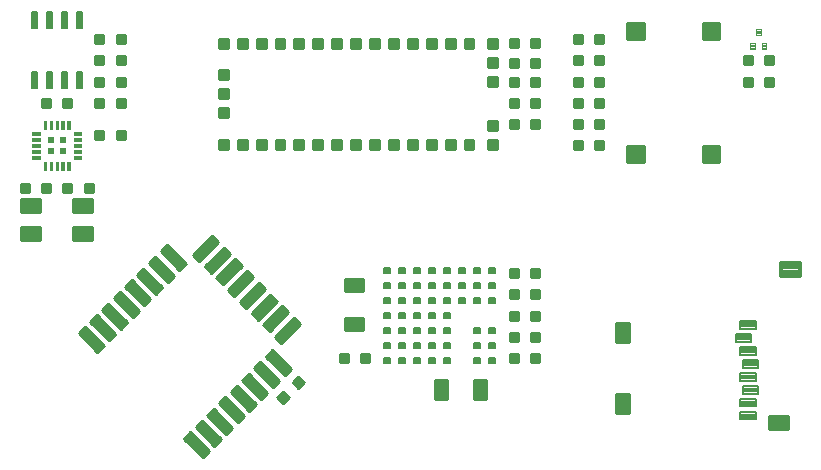
<source format=gtp>
G75*
%MOIN*%
%OFA0B0*%
%FSLAX24Y24*%
%IPPOS*%
%LPD*%
%AMOC8*
5,1,8,0,0,1.08239X$1,22.5*
%
%ADD10C,0.0028*%
%ADD11R,0.0197X0.0197*%
%ADD12C,0.0098*%
%ADD13C,0.0089*%
%ADD14C,0.0157*%
%ADD15C,0.0079*%
%ADD16C,0.0138*%
%ADD17C,0.0049*%
%ADD18C,0.0063*%
%ADD19C,0.0118*%
%ADD20C,0.0059*%
D10*
X002191Y015200D02*
X002273Y015200D01*
X002273Y014952D01*
X002191Y014952D01*
X002191Y015200D01*
X002191Y014979D02*
X002273Y014979D01*
X002273Y015006D02*
X002191Y015006D01*
X002191Y015033D02*
X002273Y015033D01*
X002273Y015060D02*
X002191Y015060D01*
X002191Y015087D02*
X002273Y015087D01*
X002273Y015114D02*
X002191Y015114D01*
X002191Y015141D02*
X002273Y015141D01*
X002273Y015168D02*
X002191Y015168D01*
X002191Y015195D02*
X002273Y015195D01*
X002388Y015200D02*
X002470Y015200D01*
X002470Y014952D01*
X002388Y014952D01*
X002388Y015200D01*
X002388Y014979D02*
X002470Y014979D01*
X002470Y015006D02*
X002388Y015006D01*
X002388Y015033D02*
X002470Y015033D01*
X002470Y015060D02*
X002388Y015060D01*
X002388Y015087D02*
X002470Y015087D01*
X002470Y015114D02*
X002388Y015114D01*
X002388Y015141D02*
X002470Y015141D01*
X002470Y015168D02*
X002388Y015168D01*
X002388Y015195D02*
X002470Y015195D01*
X002585Y015200D02*
X002667Y015200D01*
X002667Y014952D01*
X002585Y014952D01*
X002585Y015200D01*
X002585Y014979D02*
X002667Y014979D01*
X002667Y015006D02*
X002585Y015006D01*
X002585Y015033D02*
X002667Y015033D01*
X002667Y015060D02*
X002585Y015060D01*
X002585Y015087D02*
X002667Y015087D01*
X002667Y015114D02*
X002585Y015114D01*
X002585Y015141D02*
X002667Y015141D01*
X002667Y015168D02*
X002585Y015168D01*
X002585Y015195D02*
X002667Y015195D01*
X002782Y015200D02*
X002864Y015200D01*
X002864Y014952D01*
X002782Y014952D01*
X002782Y015200D01*
X002782Y014979D02*
X002864Y014979D01*
X002864Y015006D02*
X002782Y015006D01*
X002782Y015033D02*
X002864Y015033D01*
X002864Y015060D02*
X002782Y015060D01*
X002782Y015087D02*
X002864Y015087D01*
X002864Y015114D02*
X002782Y015114D01*
X002782Y015141D02*
X002864Y015141D01*
X002864Y015168D02*
X002782Y015168D01*
X002782Y015195D02*
X002864Y015195D01*
X002979Y015200D02*
X003061Y015200D01*
X003061Y014952D01*
X002979Y014952D01*
X002979Y015200D01*
X002979Y014979D02*
X003061Y014979D01*
X003061Y015006D02*
X002979Y015006D01*
X002979Y015033D02*
X003061Y015033D01*
X003061Y015060D02*
X002979Y015060D01*
X002979Y015087D02*
X003061Y015087D01*
X003061Y015114D02*
X002979Y015114D01*
X002979Y015141D02*
X003061Y015141D01*
X003061Y015168D02*
X002979Y015168D01*
X002979Y015195D02*
X003061Y015195D01*
X003191Y015330D02*
X003191Y015412D01*
X003439Y015412D01*
X003439Y015330D01*
X003191Y015330D01*
X003191Y015357D02*
X003439Y015357D01*
X003439Y015384D02*
X003191Y015384D01*
X003191Y015411D02*
X003439Y015411D01*
X003191Y015527D02*
X003191Y015609D01*
X003439Y015609D01*
X003439Y015527D01*
X003191Y015527D01*
X003191Y015554D02*
X003439Y015554D01*
X003439Y015581D02*
X003191Y015581D01*
X003191Y015608D02*
X003439Y015608D01*
X003191Y015724D02*
X003191Y015806D01*
X003439Y015806D01*
X003439Y015724D01*
X003191Y015724D01*
X003191Y015751D02*
X003439Y015751D01*
X003439Y015778D02*
X003191Y015778D01*
X003191Y015805D02*
X003439Y015805D01*
X003191Y015920D02*
X003191Y016002D01*
X003439Y016002D01*
X003439Y015920D01*
X003191Y015920D01*
X003191Y015947D02*
X003439Y015947D01*
X003439Y015974D02*
X003191Y015974D01*
X003191Y016001D02*
X003439Y016001D01*
X003191Y016117D02*
X003191Y016199D01*
X003439Y016199D01*
X003439Y016117D01*
X003191Y016117D01*
X003191Y016144D02*
X003439Y016144D01*
X003439Y016171D02*
X003191Y016171D01*
X003191Y016198D02*
X003439Y016198D01*
X003061Y016330D02*
X002979Y016330D01*
X002979Y016578D01*
X003061Y016578D01*
X003061Y016330D01*
X003061Y016357D02*
X002979Y016357D01*
X002979Y016384D02*
X003061Y016384D01*
X003061Y016411D02*
X002979Y016411D01*
X002979Y016438D02*
X003061Y016438D01*
X003061Y016465D02*
X002979Y016465D01*
X002979Y016492D02*
X003061Y016492D01*
X003061Y016519D02*
X002979Y016519D01*
X002979Y016546D02*
X003061Y016546D01*
X003061Y016573D02*
X002979Y016573D01*
X002864Y016330D02*
X002782Y016330D01*
X002782Y016578D01*
X002864Y016578D01*
X002864Y016330D01*
X002864Y016357D02*
X002782Y016357D01*
X002782Y016384D02*
X002864Y016384D01*
X002864Y016411D02*
X002782Y016411D01*
X002782Y016438D02*
X002864Y016438D01*
X002864Y016465D02*
X002782Y016465D01*
X002782Y016492D02*
X002864Y016492D01*
X002864Y016519D02*
X002782Y016519D01*
X002782Y016546D02*
X002864Y016546D01*
X002864Y016573D02*
X002782Y016573D01*
X002667Y016330D02*
X002585Y016330D01*
X002585Y016578D01*
X002667Y016578D01*
X002667Y016330D01*
X002667Y016357D02*
X002585Y016357D01*
X002585Y016384D02*
X002667Y016384D01*
X002667Y016411D02*
X002585Y016411D01*
X002585Y016438D02*
X002667Y016438D01*
X002667Y016465D02*
X002585Y016465D01*
X002585Y016492D02*
X002667Y016492D01*
X002667Y016519D02*
X002585Y016519D01*
X002585Y016546D02*
X002667Y016546D01*
X002667Y016573D02*
X002585Y016573D01*
X002470Y016330D02*
X002388Y016330D01*
X002388Y016578D01*
X002470Y016578D01*
X002470Y016330D01*
X002470Y016357D02*
X002388Y016357D01*
X002388Y016384D02*
X002470Y016384D01*
X002470Y016411D02*
X002388Y016411D01*
X002388Y016438D02*
X002470Y016438D01*
X002470Y016465D02*
X002388Y016465D01*
X002388Y016492D02*
X002470Y016492D01*
X002470Y016519D02*
X002388Y016519D01*
X002388Y016546D02*
X002470Y016546D01*
X002470Y016573D02*
X002388Y016573D01*
X002273Y016330D02*
X002191Y016330D01*
X002191Y016578D01*
X002273Y016578D01*
X002273Y016330D01*
X002273Y016357D02*
X002191Y016357D01*
X002191Y016384D02*
X002273Y016384D01*
X002273Y016411D02*
X002191Y016411D01*
X002191Y016438D02*
X002273Y016438D01*
X002273Y016465D02*
X002191Y016465D01*
X002191Y016492D02*
X002273Y016492D01*
X002273Y016519D02*
X002191Y016519D01*
X002191Y016546D02*
X002273Y016546D01*
X002273Y016573D02*
X002191Y016573D01*
X002061Y016199D02*
X002061Y016117D01*
X001813Y016117D01*
X001813Y016199D01*
X002061Y016199D01*
X002061Y016144D02*
X001813Y016144D01*
X001813Y016171D02*
X002061Y016171D01*
X002061Y016198D02*
X001813Y016198D01*
X002061Y016002D02*
X002061Y015920D01*
X001813Y015920D01*
X001813Y016002D01*
X002061Y016002D01*
X002061Y015947D02*
X001813Y015947D01*
X001813Y015974D02*
X002061Y015974D01*
X002061Y016001D02*
X001813Y016001D01*
X002061Y015806D02*
X002061Y015724D01*
X001813Y015724D01*
X001813Y015806D01*
X002061Y015806D01*
X002061Y015751D02*
X001813Y015751D01*
X001813Y015778D02*
X002061Y015778D01*
X002061Y015805D02*
X001813Y015805D01*
X002061Y015609D02*
X002061Y015527D01*
X001813Y015527D01*
X001813Y015609D01*
X002061Y015609D01*
X002061Y015554D02*
X001813Y015554D01*
X001813Y015581D02*
X002061Y015581D01*
X002061Y015608D02*
X001813Y015608D01*
X002061Y015412D02*
X002061Y015330D01*
X001813Y015330D01*
X001813Y015412D01*
X002061Y015412D01*
X002061Y015357D02*
X001813Y015357D01*
X001813Y015384D02*
X002061Y015384D01*
X002061Y015411D02*
X001813Y015411D01*
D11*
X002429Y015568D03*
X002823Y015568D03*
X002823Y015961D03*
X002429Y015961D03*
D12*
X007073Y006204D02*
X006864Y005995D01*
X007073Y006204D02*
X007698Y005579D01*
X007489Y005370D01*
X006864Y005995D01*
X007392Y005467D02*
X007586Y005467D01*
X007683Y005564D02*
X007295Y005564D01*
X007198Y005661D02*
X007616Y005661D01*
X007519Y005758D02*
X007101Y005758D01*
X007004Y005855D02*
X007422Y005855D01*
X007325Y005952D02*
X006907Y005952D01*
X006918Y006049D02*
X007228Y006049D01*
X007131Y006146D02*
X007015Y006146D01*
X007254Y006385D02*
X007463Y006594D01*
X008088Y005969D01*
X007879Y005760D01*
X007254Y006385D01*
X007782Y005857D02*
X007976Y005857D01*
X008073Y005954D02*
X007685Y005954D01*
X007588Y006051D02*
X008006Y006051D01*
X007909Y006148D02*
X007491Y006148D01*
X007394Y006245D02*
X007812Y006245D01*
X007715Y006342D02*
X007297Y006342D01*
X007308Y006439D02*
X007618Y006439D01*
X007521Y006536D02*
X007405Y006536D01*
X007644Y006774D02*
X007853Y006983D01*
X008478Y006358D01*
X008269Y006149D01*
X007644Y006774D01*
X008172Y006246D02*
X008366Y006246D01*
X008463Y006343D02*
X008075Y006343D01*
X007978Y006440D02*
X008396Y006440D01*
X008299Y006537D02*
X007881Y006537D01*
X007784Y006634D02*
X008202Y006634D01*
X008105Y006731D02*
X007687Y006731D01*
X007698Y006828D02*
X008008Y006828D01*
X007911Y006925D02*
X007795Y006925D01*
X008034Y007164D02*
X008243Y007373D01*
X008868Y006748D01*
X008659Y006539D01*
X008034Y007164D01*
X008562Y006636D02*
X008756Y006636D01*
X008853Y006733D02*
X008465Y006733D01*
X008368Y006830D02*
X008786Y006830D01*
X008689Y006927D02*
X008271Y006927D01*
X008174Y007024D02*
X008592Y007024D01*
X008495Y007121D02*
X008077Y007121D01*
X008088Y007218D02*
X008398Y007218D01*
X008301Y007315D02*
X008185Y007315D01*
X008423Y007554D02*
X008632Y007763D01*
X009257Y007138D01*
X009048Y006929D01*
X008423Y007554D01*
X008951Y007026D02*
X009145Y007026D01*
X009242Y007123D02*
X008854Y007123D01*
X008757Y007220D02*
X009175Y007220D01*
X009078Y007317D02*
X008660Y007317D01*
X008563Y007414D02*
X008981Y007414D01*
X008884Y007511D02*
X008466Y007511D01*
X008477Y007608D02*
X008787Y007608D01*
X008690Y007705D02*
X008574Y007705D01*
X008813Y007944D02*
X009022Y008153D01*
X009647Y007528D01*
X009438Y007319D01*
X008813Y007944D01*
X009341Y007416D02*
X009535Y007416D01*
X009632Y007513D02*
X009244Y007513D01*
X009147Y007610D02*
X009565Y007610D01*
X009468Y007707D02*
X009050Y007707D01*
X008953Y007804D02*
X009371Y007804D01*
X009274Y007901D02*
X008856Y007901D01*
X008867Y007998D02*
X009177Y007998D01*
X009080Y008095D02*
X008964Y008095D01*
X009203Y008333D02*
X009412Y008542D01*
X010037Y007917D01*
X009828Y007708D01*
X009203Y008333D01*
X009731Y007805D02*
X009925Y007805D01*
X010022Y007902D02*
X009634Y007902D01*
X009537Y007999D02*
X009955Y007999D01*
X009858Y008096D02*
X009440Y008096D01*
X009343Y008193D02*
X009761Y008193D01*
X009664Y008290D02*
X009246Y008290D01*
X009257Y008387D02*
X009567Y008387D01*
X009470Y008484D02*
X009354Y008484D01*
X009593Y008723D02*
X009802Y008932D01*
X010427Y008307D01*
X010218Y008098D01*
X009593Y008723D01*
X010121Y008195D02*
X010315Y008195D01*
X010412Y008292D02*
X010024Y008292D01*
X009927Y008389D02*
X010345Y008389D01*
X010248Y008486D02*
X009830Y008486D01*
X009733Y008583D02*
X010151Y008583D01*
X010054Y008680D02*
X009636Y008680D01*
X009647Y008777D02*
X009957Y008777D01*
X009860Y008874D02*
X009744Y008874D01*
X010108Y009184D02*
X009899Y009393D01*
X010524Y010018D01*
X010733Y009809D01*
X010108Y009184D01*
X010205Y009281D02*
X010011Y009281D01*
X009914Y009378D02*
X010302Y009378D01*
X010399Y009475D02*
X009981Y009475D01*
X010078Y009572D02*
X010496Y009572D01*
X010593Y009669D02*
X010175Y009669D01*
X010272Y009766D02*
X010690Y009766D01*
X010679Y009863D02*
X010369Y009863D01*
X010466Y009960D02*
X010582Y009960D01*
X009718Y009574D02*
X009509Y009783D01*
X010134Y010408D01*
X010343Y010199D01*
X009718Y009574D01*
X009815Y009671D02*
X009621Y009671D01*
X009524Y009768D02*
X009912Y009768D01*
X010009Y009865D02*
X009591Y009865D01*
X009688Y009962D02*
X010106Y009962D01*
X010203Y010059D02*
X009785Y010059D01*
X009882Y010156D02*
X010300Y010156D01*
X010289Y010253D02*
X009979Y010253D01*
X010076Y010350D02*
X010192Y010350D01*
X009328Y009963D02*
X009119Y010172D01*
X009744Y010797D01*
X009953Y010588D01*
X009328Y009963D01*
X009425Y010060D02*
X009231Y010060D01*
X009134Y010157D02*
X009522Y010157D01*
X009619Y010254D02*
X009201Y010254D01*
X009298Y010351D02*
X009716Y010351D01*
X009813Y010448D02*
X009395Y010448D01*
X009492Y010545D02*
X009910Y010545D01*
X009899Y010642D02*
X009589Y010642D01*
X009686Y010739D02*
X009802Y010739D01*
X008939Y010353D02*
X008730Y010562D01*
X009355Y011187D01*
X009564Y010978D01*
X008939Y010353D01*
X009036Y010450D02*
X008842Y010450D01*
X008745Y010547D02*
X009133Y010547D01*
X009230Y010644D02*
X008812Y010644D01*
X008909Y010741D02*
X009327Y010741D01*
X009424Y010838D02*
X009006Y010838D01*
X009103Y010935D02*
X009521Y010935D01*
X009510Y011032D02*
X009200Y011032D01*
X009297Y011129D02*
X009413Y011129D01*
X008549Y010743D02*
X008340Y010952D01*
X008965Y011577D01*
X009174Y011368D01*
X008549Y010743D01*
X008646Y010840D02*
X008452Y010840D01*
X008355Y010937D02*
X008743Y010937D01*
X008840Y011034D02*
X008422Y011034D01*
X008519Y011131D02*
X008937Y011131D01*
X009034Y011228D02*
X008616Y011228D01*
X008713Y011325D02*
X009131Y011325D01*
X009120Y011422D02*
X008810Y011422D01*
X008907Y011519D02*
X009023Y011519D01*
X008159Y011133D02*
X007950Y011342D01*
X008575Y011967D01*
X008784Y011758D01*
X008159Y011133D01*
X008256Y011230D02*
X008062Y011230D01*
X007965Y011327D02*
X008353Y011327D01*
X008450Y011424D02*
X008032Y011424D01*
X008129Y011521D02*
X008547Y011521D01*
X008644Y011618D02*
X008226Y011618D01*
X008323Y011715D02*
X008741Y011715D01*
X008730Y011812D02*
X008420Y011812D01*
X008517Y011909D02*
X008633Y011909D01*
X007769Y011522D02*
X007560Y011731D01*
X008185Y012356D01*
X008394Y012147D01*
X007769Y011522D01*
X007866Y011619D02*
X007672Y011619D01*
X007575Y011716D02*
X007963Y011716D01*
X008060Y011813D02*
X007642Y011813D01*
X007739Y011910D02*
X008157Y011910D01*
X008254Y012007D02*
X007836Y012007D01*
X007933Y012104D02*
X008351Y012104D01*
X008340Y012201D02*
X008030Y012201D01*
X008127Y012298D02*
X008243Y012298D01*
X007380Y011912D02*
X007171Y012121D01*
X007796Y012746D01*
X008005Y012537D01*
X007380Y011912D01*
X007477Y012009D02*
X007283Y012009D01*
X007186Y012106D02*
X007574Y012106D01*
X007671Y012203D02*
X007253Y012203D01*
X007350Y012300D02*
X007768Y012300D01*
X007865Y012397D02*
X007447Y012397D01*
X007544Y012494D02*
X007962Y012494D01*
X007951Y012591D02*
X007641Y012591D01*
X007738Y012688D02*
X007854Y012688D01*
X006294Y012440D02*
X006085Y012231D01*
X006294Y012440D02*
X006919Y011815D01*
X006710Y011606D01*
X006085Y012231D01*
X006613Y011703D02*
X006807Y011703D01*
X006904Y011800D02*
X006516Y011800D01*
X006419Y011897D02*
X006837Y011897D01*
X006740Y011994D02*
X006322Y011994D01*
X006225Y012091D02*
X006643Y012091D01*
X006546Y012188D02*
X006128Y012188D01*
X006139Y012285D02*
X006449Y012285D01*
X006352Y012382D02*
X006236Y012382D01*
X005904Y012050D02*
X005695Y011841D01*
X005904Y012050D02*
X006529Y011425D01*
X006320Y011216D01*
X005695Y011841D01*
X006223Y011313D02*
X006417Y011313D01*
X006514Y011410D02*
X006126Y011410D01*
X006029Y011507D02*
X006447Y011507D01*
X006350Y011604D02*
X005932Y011604D01*
X005835Y011701D02*
X006253Y011701D01*
X006156Y011798D02*
X005738Y011798D01*
X005749Y011895D02*
X006059Y011895D01*
X005962Y011992D02*
X005846Y011992D01*
X005515Y011660D02*
X005306Y011451D01*
X005515Y011660D02*
X006140Y011035D01*
X005931Y010826D01*
X005306Y011451D01*
X005834Y010923D02*
X006028Y010923D01*
X006125Y011020D02*
X005737Y011020D01*
X005640Y011117D02*
X006058Y011117D01*
X005961Y011214D02*
X005543Y011214D01*
X005446Y011311D02*
X005864Y011311D01*
X005767Y011408D02*
X005349Y011408D01*
X005360Y011505D02*
X005670Y011505D01*
X005573Y011602D02*
X005457Y011602D01*
X005125Y011271D02*
X004916Y011062D01*
X005125Y011271D02*
X005750Y010646D01*
X005541Y010437D01*
X004916Y011062D01*
X005444Y010534D02*
X005638Y010534D01*
X005735Y010631D02*
X005347Y010631D01*
X005250Y010728D02*
X005668Y010728D01*
X005571Y010825D02*
X005153Y010825D01*
X005056Y010922D02*
X005474Y010922D01*
X005377Y011019D02*
X004959Y011019D01*
X004970Y011116D02*
X005280Y011116D01*
X005183Y011213D02*
X005067Y011213D01*
X004735Y010881D02*
X004526Y010672D01*
X004735Y010881D02*
X005360Y010256D01*
X005151Y010047D01*
X004526Y010672D01*
X005054Y010144D02*
X005248Y010144D01*
X005345Y010241D02*
X004957Y010241D01*
X004860Y010338D02*
X005278Y010338D01*
X005181Y010435D02*
X004763Y010435D01*
X004666Y010532D02*
X005084Y010532D01*
X004987Y010629D02*
X004569Y010629D01*
X004580Y010726D02*
X004890Y010726D01*
X004793Y010823D02*
X004677Y010823D01*
X004345Y010491D02*
X004136Y010282D01*
X004345Y010491D02*
X004970Y009866D01*
X004761Y009657D01*
X004136Y010282D01*
X004664Y009754D02*
X004858Y009754D01*
X004955Y009851D02*
X004567Y009851D01*
X004470Y009948D02*
X004888Y009948D01*
X004791Y010045D02*
X004373Y010045D01*
X004276Y010142D02*
X004694Y010142D01*
X004597Y010239D02*
X004179Y010239D01*
X004190Y010336D02*
X004500Y010336D01*
X004403Y010433D02*
X004287Y010433D01*
X003956Y010101D02*
X003747Y009892D01*
X003956Y010101D02*
X004581Y009476D01*
X004372Y009267D01*
X003747Y009892D01*
X004275Y009364D02*
X004469Y009364D01*
X004566Y009461D02*
X004178Y009461D01*
X004081Y009558D02*
X004499Y009558D01*
X004402Y009655D02*
X003984Y009655D01*
X003887Y009752D02*
X004305Y009752D01*
X004208Y009849D02*
X003790Y009849D01*
X003801Y009946D02*
X004111Y009946D01*
X004014Y010043D02*
X003898Y010043D01*
X003566Y009712D02*
X003357Y009503D01*
X003566Y009712D02*
X004191Y009087D01*
X003982Y008878D01*
X003357Y009503D01*
X003885Y008975D02*
X004079Y008975D01*
X004176Y009072D02*
X003788Y009072D01*
X003691Y009169D02*
X004109Y009169D01*
X004012Y009266D02*
X003594Y009266D01*
X003497Y009363D02*
X003915Y009363D01*
X003818Y009460D02*
X003400Y009460D01*
X003411Y009557D02*
X003721Y009557D01*
X003624Y009654D02*
X003508Y009654D01*
X008029Y015656D02*
X008325Y015656D01*
X008029Y015656D02*
X008029Y015952D01*
X008325Y015952D01*
X008325Y015656D01*
X008325Y015753D02*
X008029Y015753D01*
X008029Y015850D02*
X008325Y015850D01*
X008325Y015947D02*
X008029Y015947D01*
X008659Y015656D02*
X008955Y015656D01*
X008659Y015656D02*
X008659Y015952D01*
X008955Y015952D01*
X008955Y015656D01*
X008955Y015753D02*
X008659Y015753D01*
X008659Y015850D02*
X008955Y015850D01*
X008955Y015947D02*
X008659Y015947D01*
X009289Y015656D02*
X009585Y015656D01*
X009289Y015656D02*
X009289Y015952D01*
X009585Y015952D01*
X009585Y015656D01*
X009585Y015753D02*
X009289Y015753D01*
X009289Y015850D02*
X009585Y015850D01*
X009585Y015947D02*
X009289Y015947D01*
X009919Y015656D02*
X010215Y015656D01*
X009919Y015656D02*
X009919Y015952D01*
X010215Y015952D01*
X010215Y015656D01*
X010215Y015753D02*
X009919Y015753D01*
X009919Y015850D02*
X010215Y015850D01*
X010215Y015947D02*
X009919Y015947D01*
X010549Y015656D02*
X010845Y015656D01*
X010549Y015656D02*
X010549Y015952D01*
X010845Y015952D01*
X010845Y015656D01*
X010845Y015753D02*
X010549Y015753D01*
X010549Y015850D02*
X010845Y015850D01*
X010845Y015947D02*
X010549Y015947D01*
X011179Y015656D02*
X011475Y015656D01*
X011179Y015656D02*
X011179Y015952D01*
X011475Y015952D01*
X011475Y015656D01*
X011475Y015753D02*
X011179Y015753D01*
X011179Y015850D02*
X011475Y015850D01*
X011475Y015947D02*
X011179Y015947D01*
X011809Y015656D02*
X012105Y015656D01*
X011809Y015656D02*
X011809Y015952D01*
X012105Y015952D01*
X012105Y015656D01*
X012105Y015753D02*
X011809Y015753D01*
X011809Y015850D02*
X012105Y015850D01*
X012105Y015947D02*
X011809Y015947D01*
X012439Y015656D02*
X012735Y015656D01*
X012439Y015656D02*
X012439Y015952D01*
X012735Y015952D01*
X012735Y015656D01*
X012735Y015753D02*
X012439Y015753D01*
X012439Y015850D02*
X012735Y015850D01*
X012735Y015947D02*
X012439Y015947D01*
X013069Y015656D02*
X013365Y015656D01*
X013069Y015656D02*
X013069Y015952D01*
X013365Y015952D01*
X013365Y015656D01*
X013365Y015753D02*
X013069Y015753D01*
X013069Y015850D02*
X013365Y015850D01*
X013365Y015947D02*
X013069Y015947D01*
X013698Y015656D02*
X013994Y015656D01*
X013698Y015656D02*
X013698Y015952D01*
X013994Y015952D01*
X013994Y015656D01*
X013994Y015753D02*
X013698Y015753D01*
X013698Y015850D02*
X013994Y015850D01*
X013994Y015947D02*
X013698Y015947D01*
X014328Y015656D02*
X014624Y015656D01*
X014328Y015656D02*
X014328Y015952D01*
X014624Y015952D01*
X014624Y015656D01*
X014624Y015753D02*
X014328Y015753D01*
X014328Y015850D02*
X014624Y015850D01*
X014624Y015947D02*
X014328Y015947D01*
X014958Y015656D02*
X015254Y015656D01*
X014958Y015656D02*
X014958Y015952D01*
X015254Y015952D01*
X015254Y015656D01*
X015254Y015753D02*
X014958Y015753D01*
X014958Y015850D02*
X015254Y015850D01*
X015254Y015947D02*
X014958Y015947D01*
X015588Y015656D02*
X015884Y015656D01*
X015588Y015656D02*
X015588Y015952D01*
X015884Y015952D01*
X015884Y015656D01*
X015884Y015753D02*
X015588Y015753D01*
X015588Y015850D02*
X015884Y015850D01*
X015884Y015947D02*
X015588Y015947D01*
X016218Y015656D02*
X016514Y015656D01*
X016218Y015656D02*
X016218Y015952D01*
X016514Y015952D01*
X016514Y015656D01*
X016514Y015753D02*
X016218Y015753D01*
X016218Y015850D02*
X016514Y015850D01*
X016514Y015947D02*
X016218Y015947D01*
X017006Y015656D02*
X017302Y015656D01*
X017006Y015656D02*
X017006Y015952D01*
X017302Y015952D01*
X017302Y015656D01*
X017302Y015753D02*
X017006Y015753D01*
X017006Y015850D02*
X017302Y015850D01*
X017302Y015947D02*
X017006Y015947D01*
X017006Y016286D02*
X017302Y016286D01*
X017006Y016286D02*
X017006Y016582D01*
X017302Y016582D01*
X017302Y016286D01*
X017302Y016383D02*
X017006Y016383D01*
X017006Y016480D02*
X017302Y016480D01*
X017302Y016577D02*
X017006Y016577D01*
X017006Y017743D02*
X017302Y017743D01*
X017006Y017743D02*
X017006Y018039D01*
X017302Y018039D01*
X017302Y017743D01*
X017302Y017840D02*
X017006Y017840D01*
X017006Y017937D02*
X017302Y017937D01*
X017302Y018034D02*
X017006Y018034D01*
X017006Y018372D02*
X017302Y018372D01*
X017006Y018372D02*
X017006Y018668D01*
X017302Y018668D01*
X017302Y018372D01*
X017302Y018469D02*
X017006Y018469D01*
X017006Y018566D02*
X017302Y018566D01*
X017302Y018663D02*
X017006Y018663D01*
X017006Y019002D02*
X017302Y019002D01*
X017006Y019002D02*
X017006Y019298D01*
X017302Y019298D01*
X017302Y019002D01*
X017302Y019099D02*
X017006Y019099D01*
X017006Y019196D02*
X017302Y019196D01*
X017302Y019293D02*
X017006Y019293D01*
X016514Y019002D02*
X016218Y019002D01*
X016218Y019298D01*
X016514Y019298D01*
X016514Y019002D01*
X016514Y019099D02*
X016218Y019099D01*
X016218Y019196D02*
X016514Y019196D01*
X016514Y019293D02*
X016218Y019293D01*
X015884Y019002D02*
X015588Y019002D01*
X015588Y019298D01*
X015884Y019298D01*
X015884Y019002D01*
X015884Y019099D02*
X015588Y019099D01*
X015588Y019196D02*
X015884Y019196D01*
X015884Y019293D02*
X015588Y019293D01*
X015254Y019002D02*
X014958Y019002D01*
X014958Y019298D01*
X015254Y019298D01*
X015254Y019002D01*
X015254Y019099D02*
X014958Y019099D01*
X014958Y019196D02*
X015254Y019196D01*
X015254Y019293D02*
X014958Y019293D01*
X014624Y019002D02*
X014328Y019002D01*
X014328Y019298D01*
X014624Y019298D01*
X014624Y019002D01*
X014624Y019099D02*
X014328Y019099D01*
X014328Y019196D02*
X014624Y019196D01*
X014624Y019293D02*
X014328Y019293D01*
X013994Y019002D02*
X013698Y019002D01*
X013698Y019298D01*
X013994Y019298D01*
X013994Y019002D01*
X013994Y019099D02*
X013698Y019099D01*
X013698Y019196D02*
X013994Y019196D01*
X013994Y019293D02*
X013698Y019293D01*
X013365Y019002D02*
X013069Y019002D01*
X013069Y019298D01*
X013365Y019298D01*
X013365Y019002D01*
X013365Y019099D02*
X013069Y019099D01*
X013069Y019196D02*
X013365Y019196D01*
X013365Y019293D02*
X013069Y019293D01*
X012735Y019002D02*
X012439Y019002D01*
X012439Y019298D01*
X012735Y019298D01*
X012735Y019002D01*
X012735Y019099D02*
X012439Y019099D01*
X012439Y019196D02*
X012735Y019196D01*
X012735Y019293D02*
X012439Y019293D01*
X012105Y019002D02*
X011809Y019002D01*
X011809Y019298D01*
X012105Y019298D01*
X012105Y019002D01*
X012105Y019099D02*
X011809Y019099D01*
X011809Y019196D02*
X012105Y019196D01*
X012105Y019293D02*
X011809Y019293D01*
X011475Y019002D02*
X011179Y019002D01*
X011179Y019298D01*
X011475Y019298D01*
X011475Y019002D01*
X011475Y019099D02*
X011179Y019099D01*
X011179Y019196D02*
X011475Y019196D01*
X011475Y019293D02*
X011179Y019293D01*
X010845Y019002D02*
X010549Y019002D01*
X010549Y019298D01*
X010845Y019298D01*
X010845Y019002D01*
X010845Y019099D02*
X010549Y019099D01*
X010549Y019196D02*
X010845Y019196D01*
X010845Y019293D02*
X010549Y019293D01*
X010215Y019002D02*
X009919Y019002D01*
X009919Y019298D01*
X010215Y019298D01*
X010215Y019002D01*
X010215Y019099D02*
X009919Y019099D01*
X009919Y019196D02*
X010215Y019196D01*
X010215Y019293D02*
X009919Y019293D01*
X009585Y019002D02*
X009289Y019002D01*
X009289Y019298D01*
X009585Y019298D01*
X009585Y019002D01*
X009585Y019099D02*
X009289Y019099D01*
X009289Y019196D02*
X009585Y019196D01*
X009585Y019293D02*
X009289Y019293D01*
X008955Y019002D02*
X008659Y019002D01*
X008659Y019298D01*
X008955Y019298D01*
X008955Y019002D01*
X008955Y019099D02*
X008659Y019099D01*
X008659Y019196D02*
X008955Y019196D01*
X008955Y019293D02*
X008659Y019293D01*
X008325Y019002D02*
X008029Y019002D01*
X008029Y019298D01*
X008325Y019298D01*
X008325Y019002D01*
X008325Y019099D02*
X008029Y019099D01*
X008029Y019196D02*
X008325Y019196D01*
X008325Y019293D02*
X008029Y019293D01*
X008029Y017979D02*
X008325Y017979D01*
X008029Y017979D02*
X008029Y018275D01*
X008325Y018275D01*
X008325Y017979D01*
X008325Y018076D02*
X008029Y018076D01*
X008029Y018173D02*
X008325Y018173D01*
X008325Y018270D02*
X008029Y018270D01*
X008029Y017349D02*
X008325Y017349D01*
X008029Y017349D02*
X008029Y017645D01*
X008325Y017645D01*
X008325Y017349D01*
X008325Y017446D02*
X008029Y017446D01*
X008029Y017543D02*
X008325Y017543D01*
X008325Y017640D02*
X008029Y017640D01*
X008029Y016719D02*
X008325Y016719D01*
X008029Y016719D02*
X008029Y017015D01*
X008325Y017015D01*
X008325Y016719D01*
X008325Y016816D02*
X008029Y016816D01*
X008029Y016913D02*
X008325Y016913D01*
X008325Y017010D02*
X008029Y017010D01*
D13*
X004619Y017049D02*
X004619Y017315D01*
X004885Y017315D01*
X004885Y017049D01*
X004619Y017049D01*
X004619Y017137D02*
X004885Y017137D01*
X004885Y017225D02*
X004619Y017225D01*
X004619Y017313D02*
X004885Y017313D01*
X004619Y017758D02*
X004619Y018024D01*
X004885Y018024D01*
X004885Y017758D01*
X004619Y017758D01*
X004619Y017846D02*
X004885Y017846D01*
X004885Y017934D02*
X004619Y017934D01*
X004619Y018022D02*
X004885Y018022D01*
X004619Y018466D02*
X004619Y018732D01*
X004885Y018732D01*
X004885Y018466D01*
X004619Y018466D01*
X004619Y018554D02*
X004885Y018554D01*
X004885Y018642D02*
X004619Y018642D01*
X004619Y018730D02*
X004885Y018730D01*
X004619Y019175D02*
X004619Y019441D01*
X004885Y019441D01*
X004885Y019175D01*
X004619Y019175D01*
X004619Y019263D02*
X004885Y019263D01*
X004885Y019351D02*
X004619Y019351D01*
X004619Y019439D02*
X004885Y019439D01*
X004176Y019175D02*
X003910Y019175D01*
X003910Y019441D01*
X004176Y019441D01*
X004176Y019175D01*
X004176Y019263D02*
X003910Y019263D01*
X003910Y019351D02*
X004176Y019351D01*
X004176Y019439D02*
X003910Y019439D01*
X003910Y018466D02*
X004176Y018466D01*
X003910Y018466D02*
X003910Y018732D01*
X004176Y018732D01*
X004176Y018466D01*
X004176Y018554D02*
X003910Y018554D01*
X003910Y018642D02*
X004176Y018642D01*
X004176Y018730D02*
X003910Y018730D01*
X003910Y017758D02*
X004176Y017758D01*
X003910Y017758D02*
X003910Y018024D01*
X004176Y018024D01*
X004176Y017758D01*
X004176Y017846D02*
X003910Y017846D01*
X003910Y017934D02*
X004176Y017934D01*
X004176Y018022D02*
X003910Y018022D01*
X003910Y017049D02*
X004176Y017049D01*
X003910Y017049D02*
X003910Y017315D01*
X004176Y017315D01*
X004176Y017049D01*
X004176Y017137D02*
X003910Y017137D01*
X003910Y017225D02*
X004176Y017225D01*
X004176Y017313D02*
X003910Y017313D01*
X002847Y017315D02*
X002847Y017049D01*
X002847Y017315D02*
X003113Y017315D01*
X003113Y017049D01*
X002847Y017049D01*
X002847Y017137D02*
X003113Y017137D01*
X003113Y017225D02*
X002847Y017225D01*
X002847Y017313D02*
X003113Y017313D01*
X002405Y017049D02*
X002139Y017049D01*
X002139Y017315D01*
X002405Y017315D01*
X002405Y017049D01*
X002405Y017137D02*
X002139Y017137D01*
X002139Y017225D02*
X002405Y017225D01*
X002405Y017313D02*
X002139Y017313D01*
X004176Y016252D02*
X004176Y015986D01*
X003910Y015986D01*
X003910Y016252D01*
X004176Y016252D01*
X004176Y016074D02*
X003910Y016074D01*
X003910Y016162D02*
X004176Y016162D01*
X004176Y016250D02*
X003910Y016250D01*
X004619Y016252D02*
X004885Y016252D01*
X004885Y015986D01*
X004619Y015986D01*
X004619Y016252D01*
X004619Y016074D02*
X004885Y016074D01*
X004885Y016162D02*
X004619Y016162D01*
X004619Y016250D02*
X004885Y016250D01*
X003822Y014480D02*
X003556Y014480D01*
X003822Y014480D02*
X003822Y014214D01*
X003556Y014214D01*
X003556Y014480D01*
X003556Y014302D02*
X003822Y014302D01*
X003822Y014390D02*
X003556Y014390D01*
X003556Y014478D02*
X003822Y014478D01*
X003113Y014480D02*
X003113Y014214D01*
X002847Y014214D01*
X002847Y014480D01*
X003113Y014480D01*
X003113Y014302D02*
X002847Y014302D01*
X002847Y014390D02*
X003113Y014390D01*
X003113Y014478D02*
X002847Y014478D01*
X002139Y014480D02*
X002139Y014214D01*
X002139Y014480D02*
X002405Y014480D01*
X002405Y014214D01*
X002139Y014214D01*
X002139Y014302D02*
X002405Y014302D01*
X002405Y014390D02*
X002139Y014390D01*
X002139Y014478D02*
X002405Y014478D01*
X001696Y014214D02*
X001430Y014214D01*
X001430Y014480D01*
X001696Y014480D01*
X001696Y014214D01*
X001696Y014302D02*
X001430Y014302D01*
X001430Y014390D02*
X001696Y014390D01*
X001696Y014478D02*
X001430Y014478D01*
X010171Y007176D02*
X010359Y007364D01*
X010171Y007176D02*
X009983Y007364D01*
X010171Y007552D01*
X010359Y007364D01*
X010259Y007264D02*
X010083Y007264D01*
X009995Y007352D02*
X010347Y007352D01*
X010283Y007440D02*
X010059Y007440D01*
X010147Y007528D02*
X010195Y007528D01*
X010484Y007866D02*
X010672Y007678D01*
X010484Y007866D02*
X010672Y008054D01*
X010860Y007866D01*
X010672Y007678D01*
X010760Y007766D02*
X010584Y007766D01*
X010496Y007854D02*
X010848Y007854D01*
X010784Y007942D02*
X010560Y007942D01*
X010648Y008030D02*
X010696Y008030D01*
X012326Y008545D02*
X012326Y008811D01*
X012326Y008545D02*
X012060Y008545D01*
X012060Y008811D01*
X012326Y008811D01*
X012326Y008633D02*
X012060Y008633D01*
X012060Y008721D02*
X012326Y008721D01*
X012326Y008809D02*
X012060Y008809D01*
X012769Y008811D02*
X013035Y008811D01*
X013035Y008545D01*
X012769Y008545D01*
X012769Y008811D01*
X012769Y008633D02*
X013035Y008633D01*
X013035Y008721D02*
X012769Y008721D01*
X012769Y008809D02*
X013035Y008809D01*
X017729Y008545D02*
X017995Y008545D01*
X017729Y008545D02*
X017729Y008811D01*
X017995Y008811D01*
X017995Y008545D01*
X017995Y008633D02*
X017729Y008633D01*
X017729Y008721D02*
X017995Y008721D01*
X017995Y008809D02*
X017729Y008809D01*
X017995Y009254D02*
X017995Y009520D01*
X017995Y009254D02*
X017729Y009254D01*
X017729Y009520D01*
X017995Y009520D01*
X017995Y009342D02*
X017729Y009342D01*
X017729Y009430D02*
X017995Y009430D01*
X017995Y009518D02*
X017729Y009518D01*
X017729Y009962D02*
X017995Y009962D01*
X017729Y009962D02*
X017729Y010228D01*
X017995Y010228D01*
X017995Y009962D01*
X017995Y010050D02*
X017729Y010050D01*
X017729Y010138D02*
X017995Y010138D01*
X017995Y010226D02*
X017729Y010226D01*
X017729Y010671D02*
X017995Y010671D01*
X017729Y010671D02*
X017729Y010937D01*
X017995Y010937D01*
X017995Y010671D01*
X017995Y010759D02*
X017729Y010759D01*
X017729Y010847D02*
X017995Y010847D01*
X017995Y010935D02*
X017729Y010935D01*
X017729Y011380D02*
X017995Y011380D01*
X017729Y011380D02*
X017729Y011646D01*
X017995Y011646D01*
X017995Y011380D01*
X017995Y011468D02*
X017729Y011468D01*
X017729Y011556D02*
X017995Y011556D01*
X017995Y011644D02*
X017729Y011644D01*
X018438Y011646D02*
X018438Y011380D01*
X018438Y011646D02*
X018704Y011646D01*
X018704Y011380D01*
X018438Y011380D01*
X018438Y011468D02*
X018704Y011468D01*
X018704Y011556D02*
X018438Y011556D01*
X018438Y011644D02*
X018704Y011644D01*
X018438Y010937D02*
X018438Y010671D01*
X018438Y010937D02*
X018704Y010937D01*
X018704Y010671D01*
X018438Y010671D01*
X018438Y010759D02*
X018704Y010759D01*
X018704Y010847D02*
X018438Y010847D01*
X018438Y010935D02*
X018704Y010935D01*
X018438Y010228D02*
X018438Y009962D01*
X018438Y010228D02*
X018704Y010228D01*
X018704Y009962D01*
X018438Y009962D01*
X018438Y010050D02*
X018704Y010050D01*
X018704Y010138D02*
X018438Y010138D01*
X018438Y010226D02*
X018704Y010226D01*
X018704Y009520D02*
X018438Y009520D01*
X018704Y009520D02*
X018704Y009254D01*
X018438Y009254D01*
X018438Y009520D01*
X018438Y009342D02*
X018704Y009342D01*
X018704Y009430D02*
X018438Y009430D01*
X018438Y009518D02*
X018704Y009518D01*
X018438Y008811D02*
X018438Y008545D01*
X018438Y008811D02*
X018704Y008811D01*
X018704Y008545D01*
X018438Y008545D01*
X018438Y008633D02*
X018704Y008633D01*
X018704Y008721D02*
X018438Y008721D01*
X018438Y008809D02*
X018704Y008809D01*
X019855Y015632D02*
X020121Y015632D01*
X019855Y015632D02*
X019855Y015898D01*
X020121Y015898D01*
X020121Y015632D01*
X020121Y015720D02*
X019855Y015720D01*
X019855Y015808D02*
X020121Y015808D01*
X020121Y015896D02*
X019855Y015896D01*
X020121Y016340D02*
X020121Y016606D01*
X020121Y016340D02*
X019855Y016340D01*
X019855Y016606D01*
X020121Y016606D01*
X020121Y016428D02*
X019855Y016428D01*
X019855Y016516D02*
X020121Y016516D01*
X020121Y016604D02*
X019855Y016604D01*
X019855Y017049D02*
X020121Y017049D01*
X019855Y017049D02*
X019855Y017315D01*
X020121Y017315D01*
X020121Y017049D01*
X020121Y017137D02*
X019855Y017137D01*
X019855Y017225D02*
X020121Y017225D01*
X020121Y017313D02*
X019855Y017313D01*
X020121Y017758D02*
X020121Y018024D01*
X020121Y017758D02*
X019855Y017758D01*
X019855Y018024D01*
X020121Y018024D01*
X020121Y017846D02*
X019855Y017846D01*
X019855Y017934D02*
X020121Y017934D01*
X020121Y018022D02*
X019855Y018022D01*
X019855Y018466D02*
X020121Y018466D01*
X019855Y018466D02*
X019855Y018732D01*
X020121Y018732D01*
X020121Y018466D01*
X020121Y018554D02*
X019855Y018554D01*
X019855Y018642D02*
X020121Y018642D01*
X020121Y018730D02*
X019855Y018730D01*
X020121Y019175D02*
X020121Y019441D01*
X020121Y019175D02*
X019855Y019175D01*
X019855Y019441D01*
X020121Y019441D01*
X020121Y019263D02*
X019855Y019263D01*
X019855Y019351D02*
X020121Y019351D01*
X020121Y019439D02*
X019855Y019439D01*
X020564Y019441D02*
X020830Y019441D01*
X020830Y019175D01*
X020564Y019175D01*
X020564Y019441D01*
X020564Y019263D02*
X020830Y019263D01*
X020830Y019351D02*
X020564Y019351D01*
X020564Y019439D02*
X020830Y019439D01*
X020564Y018732D02*
X020564Y018466D01*
X020564Y018732D02*
X020830Y018732D01*
X020830Y018466D01*
X020564Y018466D01*
X020564Y018554D02*
X020830Y018554D01*
X020830Y018642D02*
X020564Y018642D01*
X020564Y018730D02*
X020830Y018730D01*
X020830Y018024D02*
X020564Y018024D01*
X020830Y018024D02*
X020830Y017758D01*
X020564Y017758D01*
X020564Y018024D01*
X020564Y017846D02*
X020830Y017846D01*
X020830Y017934D02*
X020564Y017934D01*
X020564Y018022D02*
X020830Y018022D01*
X020564Y017315D02*
X020564Y017049D01*
X020564Y017315D02*
X020830Y017315D01*
X020830Y017049D01*
X020564Y017049D01*
X020564Y017137D02*
X020830Y017137D01*
X020830Y017225D02*
X020564Y017225D01*
X020564Y017313D02*
X020830Y017313D01*
X020830Y016606D02*
X020564Y016606D01*
X020830Y016606D02*
X020830Y016340D01*
X020564Y016340D01*
X020564Y016606D01*
X020564Y016428D02*
X020830Y016428D01*
X020830Y016516D02*
X020564Y016516D01*
X020564Y016604D02*
X020830Y016604D01*
X020564Y015898D02*
X020564Y015632D01*
X020564Y015898D02*
X020830Y015898D01*
X020830Y015632D01*
X020564Y015632D01*
X020564Y015720D02*
X020830Y015720D01*
X020830Y015808D02*
X020564Y015808D01*
X020564Y015896D02*
X020830Y015896D01*
X018438Y016340D02*
X018438Y016606D01*
X018704Y016606D01*
X018704Y016340D01*
X018438Y016340D01*
X018438Y016428D02*
X018704Y016428D01*
X018704Y016516D02*
X018438Y016516D01*
X018438Y016604D02*
X018704Y016604D01*
X017995Y016340D02*
X017729Y016340D01*
X017729Y016606D01*
X017995Y016606D01*
X017995Y016340D01*
X017995Y016428D02*
X017729Y016428D01*
X017729Y016516D02*
X017995Y016516D01*
X017995Y016604D02*
X017729Y016604D01*
X017729Y017049D02*
X017995Y017049D01*
X017729Y017049D02*
X017729Y017315D01*
X017995Y017315D01*
X017995Y017049D01*
X017995Y017137D02*
X017729Y017137D01*
X017729Y017225D02*
X017995Y017225D01*
X017995Y017313D02*
X017729Y017313D01*
X017995Y017758D02*
X017995Y018024D01*
X017995Y017758D02*
X017729Y017758D01*
X017729Y018024D01*
X017995Y018024D01*
X017995Y017846D02*
X017729Y017846D01*
X017729Y017934D02*
X017995Y017934D01*
X017995Y018022D02*
X017729Y018022D01*
X017729Y018395D02*
X017995Y018395D01*
X017729Y018395D02*
X017729Y018661D01*
X017995Y018661D01*
X017995Y018395D01*
X017995Y018483D02*
X017729Y018483D01*
X017729Y018571D02*
X017995Y018571D01*
X017995Y018659D02*
X017729Y018659D01*
X017995Y019033D02*
X017995Y019299D01*
X017995Y019033D02*
X017729Y019033D01*
X017729Y019299D01*
X017995Y019299D01*
X017995Y019121D02*
X017729Y019121D01*
X017729Y019209D02*
X017995Y019209D01*
X017995Y019297D02*
X017729Y019297D01*
X018438Y019299D02*
X018704Y019299D01*
X018704Y019033D01*
X018438Y019033D01*
X018438Y019299D01*
X018438Y019121D02*
X018704Y019121D01*
X018704Y019209D02*
X018438Y019209D01*
X018438Y019297D02*
X018704Y019297D01*
X018438Y018661D02*
X018438Y018395D01*
X018438Y018661D02*
X018704Y018661D01*
X018704Y018395D01*
X018438Y018395D01*
X018438Y018483D02*
X018704Y018483D01*
X018704Y018571D02*
X018438Y018571D01*
X018438Y018659D02*
X018704Y018659D01*
X018704Y018024D02*
X018438Y018024D01*
X018704Y018024D02*
X018704Y017758D01*
X018438Y017758D01*
X018438Y018024D01*
X018438Y017846D02*
X018704Y017846D01*
X018704Y017934D02*
X018438Y017934D01*
X018438Y018022D02*
X018704Y018022D01*
X018438Y017315D02*
X018438Y017049D01*
X018438Y017315D02*
X018704Y017315D01*
X018704Y017049D01*
X018438Y017049D01*
X018438Y017137D02*
X018704Y017137D01*
X018704Y017225D02*
X018438Y017225D01*
X018438Y017313D02*
X018704Y017313D01*
X025790Y017758D02*
X025790Y018024D01*
X025790Y017758D02*
X025524Y017758D01*
X025524Y018024D01*
X025790Y018024D01*
X025790Y017846D02*
X025524Y017846D01*
X025524Y017934D02*
X025790Y017934D01*
X025790Y018022D02*
X025524Y018022D01*
X025790Y018466D02*
X025790Y018732D01*
X025790Y018466D02*
X025524Y018466D01*
X025524Y018732D01*
X025790Y018732D01*
X025790Y018554D02*
X025524Y018554D01*
X025524Y018642D02*
X025790Y018642D01*
X025790Y018730D02*
X025524Y018730D01*
X026233Y018732D02*
X026499Y018732D01*
X026499Y018466D01*
X026233Y018466D01*
X026233Y018732D01*
X026233Y018554D02*
X026499Y018554D01*
X026499Y018642D02*
X026233Y018642D01*
X026233Y018730D02*
X026499Y018730D01*
X026499Y018024D02*
X026233Y018024D01*
X026499Y018024D02*
X026499Y017758D01*
X026233Y017758D01*
X026233Y018024D01*
X026233Y017846D02*
X026499Y017846D01*
X026499Y017934D02*
X026233Y017934D01*
X026233Y018022D02*
X026499Y018022D01*
D14*
X024674Y019346D02*
X024200Y019346D01*
X024200Y019820D01*
X024674Y019820D01*
X024674Y019346D01*
X024674Y019502D02*
X024200Y019502D01*
X024200Y019658D02*
X024674Y019658D01*
X024674Y019814D02*
X024200Y019814D01*
X022154Y019346D02*
X021680Y019346D01*
X021680Y019820D01*
X022154Y019820D01*
X022154Y019346D01*
X022154Y019502D02*
X021680Y019502D01*
X021680Y019658D02*
X022154Y019658D01*
X022154Y019814D02*
X021680Y019814D01*
X021680Y015252D02*
X022154Y015252D01*
X021680Y015252D02*
X021680Y015726D01*
X022154Y015726D01*
X022154Y015252D01*
X022154Y015408D02*
X021680Y015408D01*
X021680Y015564D02*
X022154Y015564D01*
X022154Y015720D02*
X021680Y015720D01*
X024200Y015252D02*
X024674Y015252D01*
X024200Y015252D02*
X024200Y015726D01*
X024674Y015726D01*
X024674Y015252D01*
X024674Y015408D02*
X024200Y015408D01*
X024200Y015564D02*
X024674Y015564D01*
X024674Y015720D02*
X024200Y015720D01*
D15*
X025409Y009662D02*
X025921Y009662D01*
X025409Y009662D02*
X025409Y009898D01*
X025921Y009898D01*
X025921Y009662D01*
X025921Y009740D02*
X025409Y009740D01*
X025409Y009818D02*
X025921Y009818D01*
X025921Y009896D02*
X025409Y009896D01*
X025252Y009229D02*
X025764Y009229D01*
X025252Y009229D02*
X025252Y009465D01*
X025764Y009465D01*
X025764Y009229D01*
X025764Y009307D02*
X025252Y009307D01*
X025252Y009385D02*
X025764Y009385D01*
X025764Y009463D02*
X025252Y009463D01*
X025409Y008796D02*
X025921Y008796D01*
X025409Y008796D02*
X025409Y009032D01*
X025921Y009032D01*
X025921Y008796D01*
X025921Y008874D02*
X025409Y008874D01*
X025409Y008952D02*
X025921Y008952D01*
X025921Y009030D02*
X025409Y009030D01*
X025488Y008363D02*
X026000Y008363D01*
X025488Y008363D02*
X025488Y008599D01*
X026000Y008599D01*
X026000Y008363D01*
X026000Y008441D02*
X025488Y008441D01*
X025488Y008519D02*
X026000Y008519D01*
X026000Y008597D02*
X025488Y008597D01*
X025409Y007930D02*
X025921Y007930D01*
X025409Y007930D02*
X025409Y008166D01*
X025921Y008166D01*
X025921Y007930D01*
X025921Y008008D02*
X025409Y008008D01*
X025409Y008086D02*
X025921Y008086D01*
X025921Y008164D02*
X025409Y008164D01*
X025488Y007497D02*
X026000Y007497D01*
X025488Y007497D02*
X025488Y007733D01*
X026000Y007733D01*
X026000Y007497D01*
X026000Y007575D02*
X025488Y007575D01*
X025488Y007653D02*
X026000Y007653D01*
X026000Y007731D02*
X025488Y007731D01*
X025409Y007064D02*
X025921Y007064D01*
X025409Y007064D02*
X025409Y007300D01*
X025921Y007300D01*
X025921Y007064D01*
X025921Y007142D02*
X025409Y007142D01*
X025409Y007220D02*
X025921Y007220D01*
X025921Y007298D02*
X025409Y007298D01*
X025409Y006631D02*
X025921Y006631D01*
X025409Y006631D02*
X025409Y006867D01*
X025921Y006867D01*
X025921Y006631D01*
X025921Y006709D02*
X025409Y006709D01*
X025409Y006787D02*
X025921Y006787D01*
X025921Y006865D02*
X025409Y006865D01*
D16*
X026384Y006307D02*
X026994Y006307D01*
X026384Y006307D02*
X026384Y006719D01*
X026994Y006719D01*
X026994Y006307D01*
X026994Y006444D02*
X026384Y006444D01*
X026384Y006581D02*
X026994Y006581D01*
X026994Y006718D02*
X026384Y006718D01*
X021286Y006838D02*
X021286Y007448D01*
X021698Y007448D01*
X021698Y006838D01*
X021286Y006838D01*
X021286Y006975D02*
X021698Y006975D01*
X021698Y007112D02*
X021286Y007112D01*
X021286Y007249D02*
X021698Y007249D01*
X021698Y007386D02*
X021286Y007386D01*
X021286Y009200D02*
X021286Y009810D01*
X021698Y009810D01*
X021698Y009200D01*
X021286Y009200D01*
X021286Y009337D02*
X021698Y009337D01*
X021698Y009474D02*
X021286Y009474D01*
X021286Y009611D02*
X021698Y009611D01*
X021698Y009748D02*
X021286Y009748D01*
X026778Y011425D02*
X027388Y011425D01*
X026778Y011425D02*
X026778Y011837D01*
X027388Y011837D01*
X027388Y011425D01*
X027388Y011562D02*
X026778Y011562D01*
X026778Y011699D02*
X027388Y011699D01*
X027388Y011836D02*
X026778Y011836D01*
X003187Y012606D02*
X003187Y013018D01*
X003797Y013018D01*
X003797Y012606D01*
X003187Y012606D01*
X003187Y012743D02*
X003797Y012743D01*
X003797Y012880D02*
X003187Y012880D01*
X003187Y013017D02*
X003797Y013017D01*
X003187Y013551D02*
X003187Y013963D01*
X003797Y013963D01*
X003797Y013551D01*
X003187Y013551D01*
X003187Y013688D02*
X003797Y013688D01*
X003797Y013825D02*
X003187Y013825D01*
X003187Y013962D02*
X003797Y013962D01*
X001455Y013963D02*
X001455Y013551D01*
X001455Y013963D02*
X002065Y013963D01*
X002065Y013551D01*
X001455Y013551D01*
X001455Y013688D02*
X002065Y013688D01*
X002065Y013825D02*
X001455Y013825D01*
X001455Y013962D02*
X002065Y013962D01*
X001455Y013018D02*
X001455Y012606D01*
X001455Y013018D02*
X002065Y013018D01*
X002065Y012606D01*
X001455Y012606D01*
X001455Y012743D02*
X002065Y012743D01*
X002065Y012880D02*
X001455Y012880D01*
X001455Y013017D02*
X002065Y013017D01*
D17*
X025741Y018978D02*
X025889Y018978D01*
X025741Y018978D02*
X025741Y019166D01*
X025889Y019166D01*
X025889Y018978D01*
X025889Y019026D02*
X025741Y019026D01*
X025741Y019074D02*
X025889Y019074D01*
X025889Y019122D02*
X025741Y019122D01*
X026135Y018978D02*
X026283Y018978D01*
X026135Y018978D02*
X026135Y019166D01*
X026283Y019166D01*
X026283Y018978D01*
X026283Y019026D02*
X026135Y019026D01*
X026135Y019074D02*
X026283Y019074D01*
X026283Y019122D02*
X026135Y019122D01*
X026086Y019450D02*
X025938Y019450D01*
X025938Y019638D01*
X026086Y019638D01*
X026086Y019450D01*
X026086Y019498D02*
X025938Y019498D01*
X025938Y019546D02*
X026086Y019546D01*
X026086Y019594D02*
X025938Y019594D01*
D18*
X017226Y011501D02*
X017038Y011501D01*
X017038Y011689D01*
X017226Y011689D01*
X017226Y011501D01*
X017226Y011563D02*
X017038Y011563D01*
X017038Y011625D02*
X017226Y011625D01*
X017226Y011687D02*
X017038Y011687D01*
X016726Y011501D02*
X016538Y011501D01*
X016538Y011689D01*
X016726Y011689D01*
X016726Y011501D01*
X016726Y011563D02*
X016538Y011563D01*
X016538Y011625D02*
X016726Y011625D01*
X016726Y011687D02*
X016538Y011687D01*
X016226Y011501D02*
X016038Y011501D01*
X016038Y011689D01*
X016226Y011689D01*
X016226Y011501D01*
X016226Y011563D02*
X016038Y011563D01*
X016038Y011625D02*
X016226Y011625D01*
X016226Y011687D02*
X016038Y011687D01*
X015726Y011501D02*
X015538Y011501D01*
X015538Y011689D01*
X015726Y011689D01*
X015726Y011501D01*
X015726Y011563D02*
X015538Y011563D01*
X015538Y011625D02*
X015726Y011625D01*
X015726Y011687D02*
X015538Y011687D01*
X015226Y011501D02*
X015038Y011501D01*
X015038Y011689D01*
X015226Y011689D01*
X015226Y011501D01*
X015226Y011563D02*
X015038Y011563D01*
X015038Y011625D02*
X015226Y011625D01*
X015226Y011687D02*
X015038Y011687D01*
X014726Y011501D02*
X014538Y011501D01*
X014538Y011689D01*
X014726Y011689D01*
X014726Y011501D01*
X014726Y011563D02*
X014538Y011563D01*
X014538Y011625D02*
X014726Y011625D01*
X014726Y011687D02*
X014538Y011687D01*
X014226Y011501D02*
X014038Y011501D01*
X014038Y011689D01*
X014226Y011689D01*
X014226Y011501D01*
X014226Y011563D02*
X014038Y011563D01*
X014038Y011625D02*
X014226Y011625D01*
X014226Y011687D02*
X014038Y011687D01*
X013726Y011501D02*
X013538Y011501D01*
X013538Y011689D01*
X013726Y011689D01*
X013726Y011501D01*
X013726Y011563D02*
X013538Y011563D01*
X013538Y011625D02*
X013726Y011625D01*
X013726Y011687D02*
X013538Y011687D01*
X013538Y011001D02*
X013726Y011001D01*
X013538Y011001D02*
X013538Y011189D01*
X013726Y011189D01*
X013726Y011001D01*
X013726Y011063D02*
X013538Y011063D01*
X013538Y011125D02*
X013726Y011125D01*
X013726Y011187D02*
X013538Y011187D01*
X013538Y010501D02*
X013726Y010501D01*
X013538Y010501D02*
X013538Y010689D01*
X013726Y010689D01*
X013726Y010501D01*
X013726Y010563D02*
X013538Y010563D01*
X013538Y010625D02*
X013726Y010625D01*
X013726Y010687D02*
X013538Y010687D01*
X013538Y010001D02*
X013726Y010001D01*
X013538Y010001D02*
X013538Y010189D01*
X013726Y010189D01*
X013726Y010001D01*
X013726Y010063D02*
X013538Y010063D01*
X013538Y010125D02*
X013726Y010125D01*
X013726Y010187D02*
X013538Y010187D01*
X013538Y009501D02*
X013726Y009501D01*
X013538Y009501D02*
X013538Y009689D01*
X013726Y009689D01*
X013726Y009501D01*
X013726Y009563D02*
X013538Y009563D01*
X013538Y009625D02*
X013726Y009625D01*
X013726Y009687D02*
X013538Y009687D01*
X013538Y009001D02*
X013726Y009001D01*
X013538Y009001D02*
X013538Y009189D01*
X013726Y009189D01*
X013726Y009001D01*
X013726Y009063D02*
X013538Y009063D01*
X013538Y009125D02*
X013726Y009125D01*
X013726Y009187D02*
X013538Y009187D01*
X013538Y008501D02*
X013726Y008501D01*
X013538Y008501D02*
X013538Y008689D01*
X013726Y008689D01*
X013726Y008501D01*
X013726Y008563D02*
X013538Y008563D01*
X013538Y008625D02*
X013726Y008625D01*
X013726Y008687D02*
X013538Y008687D01*
X014038Y008501D02*
X014226Y008501D01*
X014038Y008501D02*
X014038Y008689D01*
X014226Y008689D01*
X014226Y008501D01*
X014226Y008563D02*
X014038Y008563D01*
X014038Y008625D02*
X014226Y008625D01*
X014226Y008687D02*
X014038Y008687D01*
X014038Y009001D02*
X014226Y009001D01*
X014038Y009001D02*
X014038Y009189D01*
X014226Y009189D01*
X014226Y009001D01*
X014226Y009063D02*
X014038Y009063D01*
X014038Y009125D02*
X014226Y009125D01*
X014226Y009187D02*
X014038Y009187D01*
X014038Y009501D02*
X014226Y009501D01*
X014038Y009501D02*
X014038Y009689D01*
X014226Y009689D01*
X014226Y009501D01*
X014226Y009563D02*
X014038Y009563D01*
X014038Y009625D02*
X014226Y009625D01*
X014226Y009687D02*
X014038Y009687D01*
X014038Y010001D02*
X014226Y010001D01*
X014038Y010001D02*
X014038Y010189D01*
X014226Y010189D01*
X014226Y010001D01*
X014226Y010063D02*
X014038Y010063D01*
X014038Y010125D02*
X014226Y010125D01*
X014226Y010187D02*
X014038Y010187D01*
X014038Y010501D02*
X014226Y010501D01*
X014038Y010501D02*
X014038Y010689D01*
X014226Y010689D01*
X014226Y010501D01*
X014226Y010563D02*
X014038Y010563D01*
X014038Y010625D02*
X014226Y010625D01*
X014226Y010687D02*
X014038Y010687D01*
X014038Y011001D02*
X014226Y011001D01*
X014038Y011001D02*
X014038Y011189D01*
X014226Y011189D01*
X014226Y011001D01*
X014226Y011063D02*
X014038Y011063D01*
X014038Y011125D02*
X014226Y011125D01*
X014226Y011187D02*
X014038Y011187D01*
X014538Y011001D02*
X014726Y011001D01*
X014538Y011001D02*
X014538Y011189D01*
X014726Y011189D01*
X014726Y011001D01*
X014726Y011063D02*
X014538Y011063D01*
X014538Y011125D02*
X014726Y011125D01*
X014726Y011187D02*
X014538Y011187D01*
X014538Y010501D02*
X014726Y010501D01*
X014538Y010501D02*
X014538Y010689D01*
X014726Y010689D01*
X014726Y010501D01*
X014726Y010563D02*
X014538Y010563D01*
X014538Y010625D02*
X014726Y010625D01*
X014726Y010687D02*
X014538Y010687D01*
X014538Y010001D02*
X014726Y010001D01*
X014538Y010001D02*
X014538Y010189D01*
X014726Y010189D01*
X014726Y010001D01*
X014726Y010063D02*
X014538Y010063D01*
X014538Y010125D02*
X014726Y010125D01*
X014726Y010187D02*
X014538Y010187D01*
X014538Y009501D02*
X014726Y009501D01*
X014538Y009501D02*
X014538Y009689D01*
X014726Y009689D01*
X014726Y009501D01*
X014726Y009563D02*
X014538Y009563D01*
X014538Y009625D02*
X014726Y009625D01*
X014726Y009687D02*
X014538Y009687D01*
X014538Y009001D02*
X014726Y009001D01*
X014538Y009001D02*
X014538Y009189D01*
X014726Y009189D01*
X014726Y009001D01*
X014726Y009063D02*
X014538Y009063D01*
X014538Y009125D02*
X014726Y009125D01*
X014726Y009187D02*
X014538Y009187D01*
X014538Y008501D02*
X014726Y008501D01*
X014538Y008501D02*
X014538Y008689D01*
X014726Y008689D01*
X014726Y008501D01*
X014726Y008563D02*
X014538Y008563D01*
X014538Y008625D02*
X014726Y008625D01*
X014726Y008687D02*
X014538Y008687D01*
X015038Y008501D02*
X015226Y008501D01*
X015038Y008501D02*
X015038Y008689D01*
X015226Y008689D01*
X015226Y008501D01*
X015226Y008563D02*
X015038Y008563D01*
X015038Y008625D02*
X015226Y008625D01*
X015226Y008687D02*
X015038Y008687D01*
X015038Y009001D02*
X015226Y009001D01*
X015038Y009001D02*
X015038Y009189D01*
X015226Y009189D01*
X015226Y009001D01*
X015226Y009063D02*
X015038Y009063D01*
X015038Y009125D02*
X015226Y009125D01*
X015226Y009187D02*
X015038Y009187D01*
X015038Y009501D02*
X015226Y009501D01*
X015038Y009501D02*
X015038Y009689D01*
X015226Y009689D01*
X015226Y009501D01*
X015226Y009563D02*
X015038Y009563D01*
X015038Y009625D02*
X015226Y009625D01*
X015226Y009687D02*
X015038Y009687D01*
X015038Y010001D02*
X015226Y010001D01*
X015038Y010001D02*
X015038Y010189D01*
X015226Y010189D01*
X015226Y010001D01*
X015226Y010063D02*
X015038Y010063D01*
X015038Y010125D02*
X015226Y010125D01*
X015226Y010187D02*
X015038Y010187D01*
X015038Y010501D02*
X015226Y010501D01*
X015038Y010501D02*
X015038Y010689D01*
X015226Y010689D01*
X015226Y010501D01*
X015226Y010563D02*
X015038Y010563D01*
X015038Y010625D02*
X015226Y010625D01*
X015226Y010687D02*
X015038Y010687D01*
X015038Y011001D02*
X015226Y011001D01*
X015038Y011001D02*
X015038Y011189D01*
X015226Y011189D01*
X015226Y011001D01*
X015226Y011063D02*
X015038Y011063D01*
X015038Y011125D02*
X015226Y011125D01*
X015226Y011187D02*
X015038Y011187D01*
X015538Y011001D02*
X015726Y011001D01*
X015538Y011001D02*
X015538Y011189D01*
X015726Y011189D01*
X015726Y011001D01*
X015726Y011063D02*
X015538Y011063D01*
X015538Y011125D02*
X015726Y011125D01*
X015726Y011187D02*
X015538Y011187D01*
X015538Y010501D02*
X015726Y010501D01*
X015538Y010501D02*
X015538Y010689D01*
X015726Y010689D01*
X015726Y010501D01*
X015726Y010563D02*
X015538Y010563D01*
X015538Y010625D02*
X015726Y010625D01*
X015726Y010687D02*
X015538Y010687D01*
X015538Y010001D02*
X015726Y010001D01*
X015538Y010001D02*
X015538Y010189D01*
X015726Y010189D01*
X015726Y010001D01*
X015726Y010063D02*
X015538Y010063D01*
X015538Y010125D02*
X015726Y010125D01*
X015726Y010187D02*
X015538Y010187D01*
X015538Y009501D02*
X015726Y009501D01*
X015538Y009501D02*
X015538Y009689D01*
X015726Y009689D01*
X015726Y009501D01*
X015726Y009563D02*
X015538Y009563D01*
X015538Y009625D02*
X015726Y009625D01*
X015726Y009687D02*
X015538Y009687D01*
X015538Y009001D02*
X015726Y009001D01*
X015538Y009001D02*
X015538Y009189D01*
X015726Y009189D01*
X015726Y009001D01*
X015726Y009063D02*
X015538Y009063D01*
X015538Y009125D02*
X015726Y009125D01*
X015726Y009187D02*
X015538Y009187D01*
X015538Y008501D02*
X015726Y008501D01*
X015538Y008501D02*
X015538Y008689D01*
X015726Y008689D01*
X015726Y008501D01*
X015726Y008563D02*
X015538Y008563D01*
X015538Y008625D02*
X015726Y008625D01*
X015726Y008687D02*
X015538Y008687D01*
X016538Y008501D02*
X016726Y008501D01*
X016538Y008501D02*
X016538Y008689D01*
X016726Y008689D01*
X016726Y008501D01*
X016726Y008563D02*
X016538Y008563D01*
X016538Y008625D02*
X016726Y008625D01*
X016726Y008687D02*
X016538Y008687D01*
X016538Y009001D02*
X016726Y009001D01*
X016538Y009001D02*
X016538Y009189D01*
X016726Y009189D01*
X016726Y009001D01*
X016726Y009063D02*
X016538Y009063D01*
X016538Y009125D02*
X016726Y009125D01*
X016726Y009187D02*
X016538Y009187D01*
X016538Y009501D02*
X016726Y009501D01*
X016538Y009501D02*
X016538Y009689D01*
X016726Y009689D01*
X016726Y009501D01*
X016726Y009563D02*
X016538Y009563D01*
X016538Y009625D02*
X016726Y009625D01*
X016726Y009687D02*
X016538Y009687D01*
X017038Y009501D02*
X017226Y009501D01*
X017038Y009501D02*
X017038Y009689D01*
X017226Y009689D01*
X017226Y009501D01*
X017226Y009563D02*
X017038Y009563D01*
X017038Y009625D02*
X017226Y009625D01*
X017226Y009687D02*
X017038Y009687D01*
X017038Y009001D02*
X017226Y009001D01*
X017038Y009001D02*
X017038Y009189D01*
X017226Y009189D01*
X017226Y009001D01*
X017226Y009063D02*
X017038Y009063D01*
X017038Y009125D02*
X017226Y009125D01*
X017226Y009187D02*
X017038Y009187D01*
X017038Y008501D02*
X017226Y008501D01*
X017038Y008501D02*
X017038Y008689D01*
X017226Y008689D01*
X017226Y008501D01*
X017226Y008563D02*
X017038Y008563D01*
X017038Y008625D02*
X017226Y008625D01*
X017226Y008687D02*
X017038Y008687D01*
X017038Y010501D02*
X017226Y010501D01*
X017038Y010501D02*
X017038Y010689D01*
X017226Y010689D01*
X017226Y010501D01*
X017226Y010563D02*
X017038Y010563D01*
X017038Y010625D02*
X017226Y010625D01*
X017226Y010687D02*
X017038Y010687D01*
X016726Y010501D02*
X016538Y010501D01*
X016538Y010689D01*
X016726Y010689D01*
X016726Y010501D01*
X016726Y010563D02*
X016538Y010563D01*
X016538Y010625D02*
X016726Y010625D01*
X016726Y010687D02*
X016538Y010687D01*
X016226Y010501D02*
X016038Y010501D01*
X016038Y010689D01*
X016226Y010689D01*
X016226Y010501D01*
X016226Y010563D02*
X016038Y010563D01*
X016038Y010625D02*
X016226Y010625D01*
X016226Y010687D02*
X016038Y010687D01*
X016038Y011001D02*
X016226Y011001D01*
X016038Y011001D02*
X016038Y011189D01*
X016226Y011189D01*
X016226Y011001D01*
X016226Y011063D02*
X016038Y011063D01*
X016038Y011125D02*
X016226Y011125D01*
X016226Y011187D02*
X016038Y011187D01*
X016538Y011001D02*
X016726Y011001D01*
X016538Y011001D02*
X016538Y011189D01*
X016726Y011189D01*
X016726Y011001D01*
X016726Y011063D02*
X016538Y011063D01*
X016538Y011125D02*
X016726Y011125D01*
X016726Y011187D02*
X016538Y011187D01*
X017038Y011001D02*
X017226Y011001D01*
X017038Y011001D02*
X017038Y011189D01*
X017226Y011189D01*
X017226Y011001D01*
X017226Y011063D02*
X017038Y011063D01*
X017038Y011125D02*
X017226Y011125D01*
X017226Y011187D02*
X017038Y011187D01*
D19*
X016917Y007910D02*
X016563Y007910D01*
X016917Y007910D02*
X016917Y007320D01*
X016563Y007320D01*
X016563Y007910D01*
X016563Y007437D02*
X016917Y007437D01*
X016917Y007554D02*
X016563Y007554D01*
X016563Y007671D02*
X016917Y007671D01*
X016917Y007788D02*
X016563Y007788D01*
X016563Y007905D02*
X016917Y007905D01*
X015618Y007910D02*
X015264Y007910D01*
X015618Y007910D02*
X015618Y007320D01*
X015264Y007320D01*
X015264Y007910D01*
X015264Y007437D02*
X015618Y007437D01*
X015618Y007554D02*
X015264Y007554D01*
X015264Y007671D02*
X015618Y007671D01*
X015618Y007788D02*
X015264Y007788D01*
X015264Y007905D02*
X015618Y007905D01*
X012842Y009623D02*
X012842Y009977D01*
X012842Y009623D02*
X012252Y009623D01*
X012252Y009977D01*
X012842Y009977D01*
X012842Y009740D02*
X012252Y009740D01*
X012252Y009857D02*
X012842Y009857D01*
X012842Y009974D02*
X012252Y009974D01*
X012842Y010922D02*
X012842Y011276D01*
X012842Y010922D02*
X012252Y010922D01*
X012252Y011276D01*
X012842Y011276D01*
X012842Y011039D02*
X012252Y011039D01*
X012252Y011156D02*
X012842Y011156D01*
X012842Y011273D02*
X012252Y011273D01*
D20*
X003465Y017678D02*
X003287Y017678D01*
X003287Y018230D01*
X003465Y018230D01*
X003465Y017678D01*
X003465Y017736D02*
X003287Y017736D01*
X003287Y017794D02*
X003465Y017794D01*
X003465Y017852D02*
X003287Y017852D01*
X003287Y017910D02*
X003465Y017910D01*
X003465Y017968D02*
X003287Y017968D01*
X003287Y018026D02*
X003465Y018026D01*
X003465Y018084D02*
X003287Y018084D01*
X003287Y018142D02*
X003465Y018142D01*
X003465Y018200D02*
X003287Y018200D01*
X002965Y017678D02*
X002787Y017678D01*
X002787Y018230D01*
X002965Y018230D01*
X002965Y017678D01*
X002965Y017736D02*
X002787Y017736D01*
X002787Y017794D02*
X002965Y017794D01*
X002965Y017852D02*
X002787Y017852D01*
X002787Y017910D02*
X002965Y017910D01*
X002965Y017968D02*
X002787Y017968D01*
X002787Y018026D02*
X002965Y018026D01*
X002965Y018084D02*
X002787Y018084D01*
X002787Y018142D02*
X002965Y018142D01*
X002965Y018200D02*
X002787Y018200D01*
X002465Y017678D02*
X002287Y017678D01*
X002287Y018230D01*
X002465Y018230D01*
X002465Y017678D01*
X002465Y017736D02*
X002287Y017736D01*
X002287Y017794D02*
X002465Y017794D01*
X002465Y017852D02*
X002287Y017852D01*
X002287Y017910D02*
X002465Y017910D01*
X002465Y017968D02*
X002287Y017968D01*
X002287Y018026D02*
X002465Y018026D01*
X002465Y018084D02*
X002287Y018084D01*
X002287Y018142D02*
X002465Y018142D01*
X002465Y018200D02*
X002287Y018200D01*
X001965Y017678D02*
X001787Y017678D01*
X001787Y018230D01*
X001965Y018230D01*
X001965Y017678D01*
X001965Y017736D02*
X001787Y017736D01*
X001787Y017794D02*
X001965Y017794D01*
X001965Y017852D02*
X001787Y017852D01*
X001787Y017910D02*
X001965Y017910D01*
X001965Y017968D02*
X001787Y017968D01*
X001787Y018026D02*
X001965Y018026D01*
X001965Y018084D02*
X001787Y018084D01*
X001787Y018142D02*
X001965Y018142D01*
X001965Y018200D02*
X001787Y018200D01*
X001787Y019678D02*
X001965Y019678D01*
X001787Y019678D02*
X001787Y020230D01*
X001965Y020230D01*
X001965Y019678D01*
X001965Y019736D02*
X001787Y019736D01*
X001787Y019794D02*
X001965Y019794D01*
X001965Y019852D02*
X001787Y019852D01*
X001787Y019910D02*
X001965Y019910D01*
X001965Y019968D02*
X001787Y019968D01*
X001787Y020026D02*
X001965Y020026D01*
X001965Y020084D02*
X001787Y020084D01*
X001787Y020142D02*
X001965Y020142D01*
X001965Y020200D02*
X001787Y020200D01*
X002287Y019678D02*
X002465Y019678D01*
X002287Y019678D02*
X002287Y020230D01*
X002465Y020230D01*
X002465Y019678D01*
X002465Y019736D02*
X002287Y019736D01*
X002287Y019794D02*
X002465Y019794D01*
X002465Y019852D02*
X002287Y019852D01*
X002287Y019910D02*
X002465Y019910D01*
X002465Y019968D02*
X002287Y019968D01*
X002287Y020026D02*
X002465Y020026D01*
X002465Y020084D02*
X002287Y020084D01*
X002287Y020142D02*
X002465Y020142D01*
X002465Y020200D02*
X002287Y020200D01*
X002787Y019678D02*
X002965Y019678D01*
X002787Y019678D02*
X002787Y020230D01*
X002965Y020230D01*
X002965Y019678D01*
X002965Y019736D02*
X002787Y019736D01*
X002787Y019794D02*
X002965Y019794D01*
X002965Y019852D02*
X002787Y019852D01*
X002787Y019910D02*
X002965Y019910D01*
X002965Y019968D02*
X002787Y019968D01*
X002787Y020026D02*
X002965Y020026D01*
X002965Y020084D02*
X002787Y020084D01*
X002787Y020142D02*
X002965Y020142D01*
X002965Y020200D02*
X002787Y020200D01*
X003287Y019678D02*
X003465Y019678D01*
X003287Y019678D02*
X003287Y020230D01*
X003465Y020230D01*
X003465Y019678D01*
X003465Y019736D02*
X003287Y019736D01*
X003287Y019794D02*
X003465Y019794D01*
X003465Y019852D02*
X003287Y019852D01*
X003287Y019910D02*
X003465Y019910D01*
X003465Y019968D02*
X003287Y019968D01*
X003287Y020026D02*
X003465Y020026D01*
X003465Y020084D02*
X003287Y020084D01*
X003287Y020142D02*
X003465Y020142D01*
X003465Y020200D02*
X003287Y020200D01*
M02*

</source>
